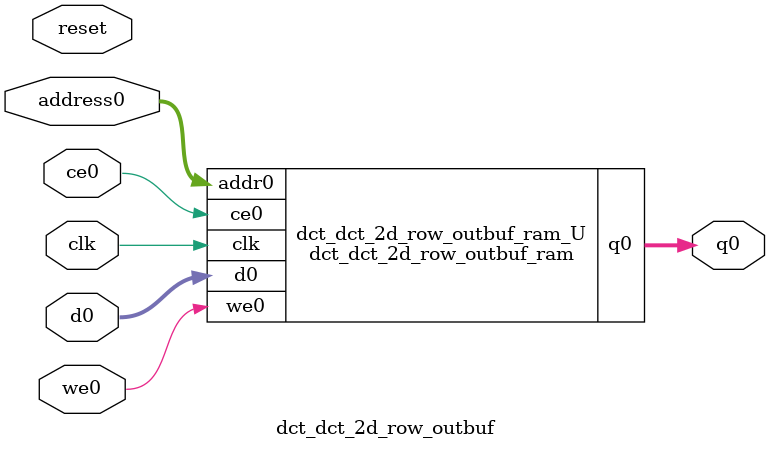
<source format=v>

`timescale 1 ns / 1 ps
module dct_dct_2d_row_outbuf_ram (addr0, ce0, d0, we0, q0,  clk);

parameter DWIDTH = 16;
parameter AWIDTH = 6;
parameter MEM_SIZE = 64;

input[AWIDTH-1:0] addr0;
input ce0;
input[DWIDTH-1:0] d0;
input we0;
output reg[DWIDTH-1:0] q0;
input clk;

(* ram_style = "block" *)reg [DWIDTH-1:0] ram[MEM_SIZE-1:0];




always @(posedge clk)  
begin 
    if (ce0) 
    begin
        if (we0) 
        begin 
            ram[addr0] <= d0; 
            q0 <= d0;
        end 
        else 
            q0 <= ram[addr0];
    end
end


endmodule


`timescale 1 ns / 1 ps
module dct_dct_2d_row_outbuf(
    reset,
    clk,
    address0,
    ce0,
    we0,
    d0,
    q0);

parameter DataWidth = 32'd16;
parameter AddressRange = 32'd64;
parameter AddressWidth = 32'd6;
input reset;
input clk;
input[AddressWidth - 1:0] address0;
input ce0;
input we0;
input[DataWidth - 1:0] d0;
output[DataWidth - 1:0] q0;



dct_dct_2d_row_outbuf_ram dct_dct_2d_row_outbuf_ram_U(
    .clk( clk ),
    .addr0( address0 ),
    .ce0( ce0 ),
    .d0( d0 ),
    .we0( we0 ),
    .q0( q0 ));

endmodule


</source>
